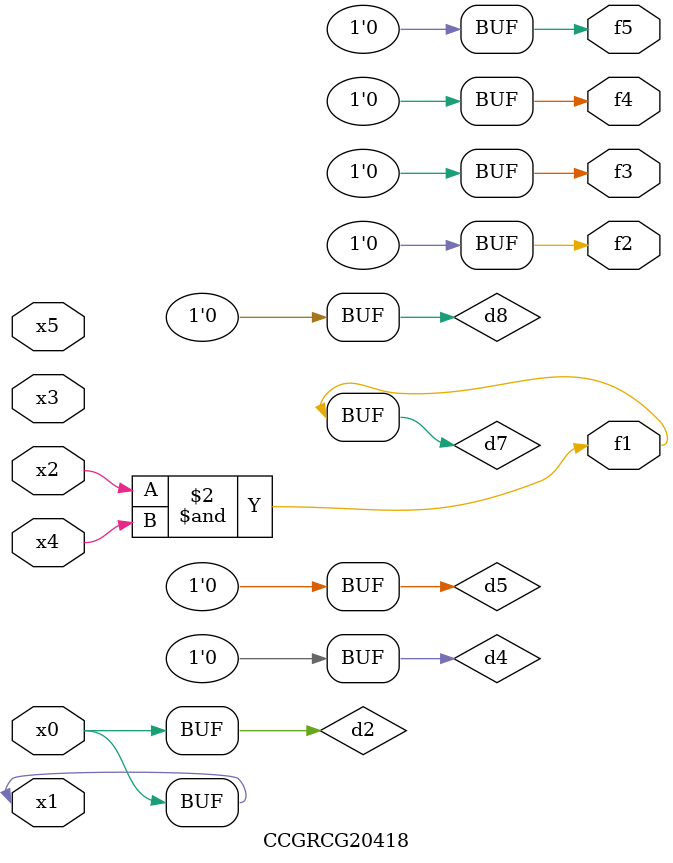
<source format=v>
module CCGRCG20418(
	input x0, x1, x2, x3, x4, x5,
	output f1, f2, f3, f4, f5
);

	wire d1, d2, d3, d4, d5, d6, d7, d8, d9;

	nand (d1, x1);
	buf (d2, x0, x1);
	nand (d3, x2, x4);
	and (d4, d1, d2);
	and (d5, d1, d2);
	nand (d6, d1, d3);
	not (d7, d3);
	xor (d8, d5);
	nor (d9, d5, d6);
	assign f1 = d7;
	assign f2 = d8;
	assign f3 = d8;
	assign f4 = d8;
	assign f5 = d8;
endmodule

</source>
